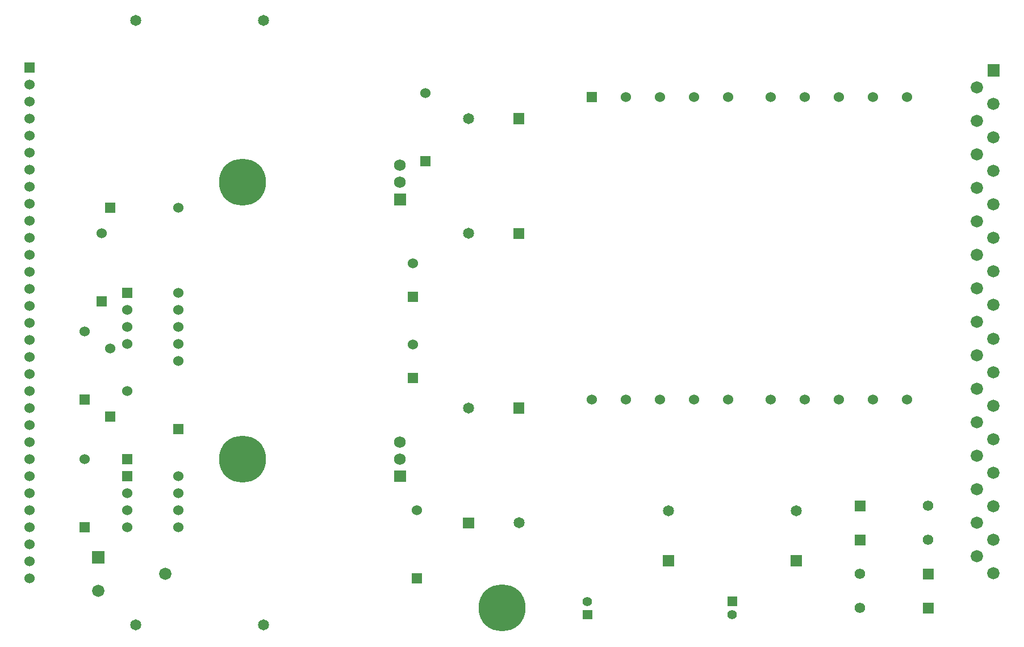
<source format=gbl>
G04 start of page 3 for group 1 idx 1 *
G04 Title: 31.003.00.01.01.pcb, solder *
G04 Creator: pcb 4.2.2 *
G04 CreationDate: Sun Jan  3 11:16:11 2021 UTC *
G04 For: bert *
G04 Format: Gerber/RS-274X *
G04 PCB-Dimensions (mil): 7874.02 5511.81 *
G04 PCB-Coordinate-Origin: lower left *
%MOIN*%
%FSLAX25Y25*%
%LNGBL*%
%ADD48C,0.1100*%
%ADD47C,0.1000*%
%ADD46C,0.0280*%
%ADD45C,0.0480*%
%ADD44C,0.0380*%
%ADD43C,0.0320*%
%ADD42C,0.0350*%
%ADD41C,0.0520*%
%ADD40C,0.0460*%
%ADD39C,0.1460*%
%ADD38C,0.0400*%
%ADD37C,0.0680*%
%ADD36C,0.0600*%
%ADD35C,0.0620*%
%ADD34C,0.0550*%
%ADD33C,0.0720*%
%ADD32C,0.0650*%
%ADD31C,0.2760*%
%ADD30C,0.0001*%
G54D30*G36*
X262000Y206681D02*Y200681D01*
X268000D01*
Y206681D01*
X262000D01*
G37*
G54D31*X315000Y186181D03*
G54D32*X175000Y176181D03*
X100000D03*
G54D33*X77815Y196338D03*
G54D30*G36*
X447250Y192867D02*Y187367D01*
X452750D01*
Y192867D01*
X447250D01*
G37*
G54D34*X450000Y182245D03*
G54D30*G36*
X561900Y189281D02*Y183081D01*
X568100D01*
Y189281D01*
X561900D01*
G37*
G54D35*X525000Y186181D03*
G54D30*G36*
X362250Y184995D02*Y179495D01*
X367750D01*
Y184995D01*
X362250D01*
G37*
G54D34*X365000Y190117D03*
G54D36*X37500Y203681D03*
G54D30*G36*
X251600Y267081D02*Y260281D01*
X258400D01*
Y267081D01*
X251600D01*
G37*
G54D37*X255000Y273681D03*
Y283681D03*
G54D30*G36*
X259500Y324339D02*Y318339D01*
X265500D01*
Y324339D01*
X259500D01*
G37*
G54D36*X262500Y341023D03*
G54D30*G36*
X259500Y371839D02*Y365839D01*
X265500D01*
Y371839D01*
X259500D01*
G37*
G54D36*X262500Y388523D03*
G54D30*G36*
X67000Y236681D02*Y230681D01*
X73000D01*
Y236681D01*
X67000D01*
G37*
G36*
X74215Y219623D02*Y212423D01*
X81415D01*
Y219623D01*
X74215D01*
G37*
G36*
X67000Y311681D02*Y305681D01*
X73000D01*
Y311681D01*
X67000D01*
G37*
G54D36*X37500Y303681D03*
Y293681D03*
Y283681D03*
Y273681D03*
Y263681D03*
Y253681D03*
Y243681D03*
Y233681D03*
Y223681D03*
Y213681D03*
G54D30*G36*
X92000Y276681D02*Y270681D01*
X98000D01*
Y276681D01*
X92000D01*
G37*
G36*
Y266681D02*Y260681D01*
X98000D01*
Y266681D01*
X92000D01*
G37*
G54D36*X95000Y253681D03*
Y243681D03*
Y233681D03*
X70000Y273681D03*
G54D31*X162500D03*
G54D36*X125000Y233681D03*
Y243681D03*
Y253681D03*
Y263681D03*
G54D33*X117185Y206181D03*
G54D36*X265000Y243681D03*
G54D30*G36*
X291987Y239431D02*Y232931D01*
X298487D01*
Y239431D01*
X291987D01*
G37*
G36*
X409250Y217168D02*Y210668D01*
X415750D01*
Y217168D01*
X409250D01*
G37*
G36*
X484250D02*Y210668D01*
X490750D01*
Y217168D01*
X484250D01*
G37*
G36*
X521900Y229281D02*Y223081D01*
X528100D01*
Y229281D01*
X521900D01*
G37*
G54D35*X525000Y206181D03*
X565000Y226181D03*
G54D30*G36*
X561900Y209281D02*Y203081D01*
X568100D01*
Y209281D01*
X561900D01*
G37*
G54D32*X324763Y236181D03*
X412500Y243444D03*
G54D36*X447500Y308681D03*
X427500D03*
X407500D03*
X387500D03*
X367500D03*
G54D30*G36*
X321513Y306931D02*Y300431D01*
X328013D01*
Y306931D01*
X321513D01*
G37*
G54D32*X295237Y303681D03*
G54D36*X552500Y308681D03*
X532500D03*
X512500D03*
X492500D03*
X472500D03*
G54D32*X487500Y243444D03*
G54D30*G36*
X521900Y249281D02*Y243081D01*
X528100D01*
Y249281D01*
X521900D01*
G37*
G54D35*X565000Y246181D03*
G54D36*X532500Y486181D03*
X552500D03*
X447500D03*
X472500D03*
X492500D03*
X512500D03*
G54D30*G36*
X599745Y505569D02*Y498369D01*
X606945D01*
Y505569D01*
X599745D01*
G37*
G54D33*X593503Y492127D03*
X603345Y482284D03*
X593503Y472442D03*
X603345Y462599D03*
X593503Y452756D03*
Y433071D03*
Y413386D03*
X603345Y442914D03*
Y423229D03*
Y403544D03*
Y383859D03*
Y364174D03*
X593503Y393701D03*
Y374016D03*
Y354332D03*
X603345Y344489D03*
Y324804D03*
Y305119D03*
Y285434D03*
X593503Y334647D03*
Y314962D03*
Y295276D03*
Y275591D03*
X603345Y265749D03*
Y246064D03*
Y226379D03*
Y206694D03*
X593503Y255906D03*
Y236221D03*
Y216536D03*
G54D30*G36*
X321513Y409431D02*Y402931D01*
X328013D01*
Y409431D01*
X321513D01*
G37*
G54D32*X295237Y406181D03*
G54D30*G36*
X364500Y489181D02*Y483181D01*
X370500D01*
Y489181D01*
X364500D01*
G37*
G54D36*X387500Y486181D03*
X407500D03*
X427500D03*
G54D30*G36*
X321513Y476931D02*Y470431D01*
X328013D01*
Y476931D01*
X321513D01*
G37*
G54D32*X295237Y473681D03*
X175000Y531181D03*
G54D30*G36*
X251600Y429581D02*Y422781D01*
X258400D01*
Y429581D01*
X251600D01*
G37*
G54D37*X255000Y436181D03*
Y446181D03*
G54D30*G36*
X267000Y451681D02*Y445681D01*
X273000D01*
Y451681D01*
X267000D01*
G37*
G54D36*X270000Y488681D03*
G54D31*X162500Y436181D03*
G54D30*G36*
X77000Y369181D02*Y363181D01*
X83000D01*
Y369181D01*
X77000D01*
G37*
G54D36*X80000Y406181D03*
G54D30*G36*
X82000Y424181D02*Y418181D01*
X88000D01*
Y424181D01*
X82000D01*
G37*
G36*
X92000Y374181D02*Y368181D01*
X98000D01*
Y374181D01*
X92000D01*
G37*
G54D36*X95000Y361181D03*
G54D30*G36*
X122000Y294181D02*Y288181D01*
X128000D01*
Y294181D01*
X122000D01*
G37*
G54D36*X125000Y331181D03*
G54D30*G36*
X82000Y301681D02*Y295681D01*
X88000D01*
Y301681D01*
X82000D01*
G37*
G54D36*X95000Y313681D03*
X125000Y341181D03*
Y351181D03*
X85000Y338681D03*
X95000Y351181D03*
Y341181D03*
X125000Y421181D03*
Y361181D03*
Y371181D03*
X70000Y348681D03*
G54D32*X100000Y531181D03*
G54D30*G36*
X34500Y506681D02*Y500681D01*
X40500D01*
Y506681D01*
X34500D01*
G37*
G54D36*X37500Y493681D03*
Y483681D03*
Y473681D03*
Y463681D03*
Y453681D03*
Y443681D03*
Y433681D03*
Y423681D03*
Y413681D03*
Y403681D03*
Y393681D03*
Y383681D03*
Y373681D03*
Y363681D03*
Y353681D03*
Y343681D03*
Y333681D03*
Y323681D03*
Y313681D03*
G54D38*G54D39*G54D40*G54D41*G54D42*G54D43*G54D42*G54D44*G54D45*G54D38*G54D41*G54D38*G54D44*G54D38*G54D46*G54D38*G54D39*G54D46*G54D41*G54D38*G54D40*G54D43*G54D40*G54D47*G54D40*G54D42*G54D40*G54D42*G54D47*G54D40*G54D43*G54D47*G54D42*G54D41*G54D48*G54D41*G54D48*G54D41*G54D40*G54D47*G54D42*G54D39*G54D40*G54D45*G54D38*G54D39*G54D38*G54D46*G54D38*G54D46*G54D38*G54D46*G54D38*G54D46*G54D38*G54D39*G54D40*G54D44*M02*

</source>
